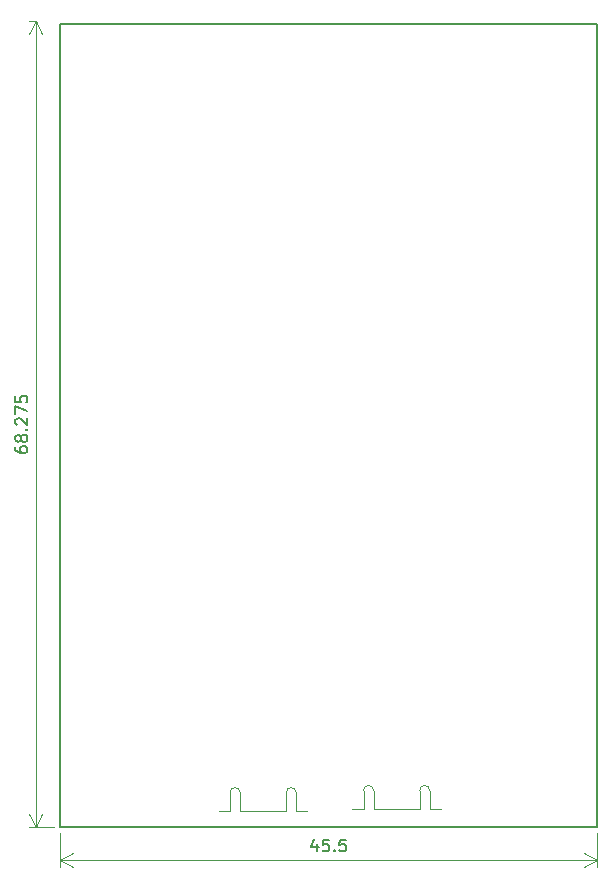
<source format=gbr>
%TF.GenerationSoftware,KiCad,Pcbnew,9.0.0*%
%TF.CreationDate,2025-06-09T12:03:21+05:30*%
%TF.ProjectId,ESP32_DevKit_M1,45535033-325f-4446-9576-4b69745f4d31,rev?*%
%TF.SameCoordinates,Original*%
%TF.FileFunction,Profile,NP*%
%FSLAX46Y46*%
G04 Gerber Fmt 4.6, Leading zero omitted, Abs format (unit mm)*
G04 Created by KiCad (PCBNEW 9.0.0) date 2025-06-09 12:03:21*
%MOMM*%
%LPD*%
G01*
G04 APERTURE LIST*
%TA.AperFunction,Profile*%
%ADD10C,0.200000*%
%TD*%
%ADD11C,0.150000*%
%TA.AperFunction,Profile*%
%ADD12C,0.050000*%
%TD*%
%TA.AperFunction,Profile*%
%ADD13C,0.100000*%
%TD*%
G04 APERTURE END LIST*
D10*
X103575000Y-63275000D02*
X149075000Y-63275000D01*
X149075000Y-131275000D01*
X103575000Y-131275000D01*
X103575000Y-63275000D01*
D11*
X125325000Y-132638152D02*
X125325000Y-133304819D01*
X125086905Y-132257200D02*
X124848810Y-132971485D01*
X124848810Y-132971485D02*
X125467857Y-132971485D01*
X126325000Y-132304819D02*
X125848810Y-132304819D01*
X125848810Y-132304819D02*
X125801191Y-132781009D01*
X125801191Y-132781009D02*
X125848810Y-132733390D01*
X125848810Y-132733390D02*
X125944048Y-132685771D01*
X125944048Y-132685771D02*
X126182143Y-132685771D01*
X126182143Y-132685771D02*
X126277381Y-132733390D01*
X126277381Y-132733390D02*
X126325000Y-132781009D01*
X126325000Y-132781009D02*
X126372619Y-132876247D01*
X126372619Y-132876247D02*
X126372619Y-133114342D01*
X126372619Y-133114342D02*
X126325000Y-133209580D01*
X126325000Y-133209580D02*
X126277381Y-133257200D01*
X126277381Y-133257200D02*
X126182143Y-133304819D01*
X126182143Y-133304819D02*
X125944048Y-133304819D01*
X125944048Y-133304819D02*
X125848810Y-133257200D01*
X125848810Y-133257200D02*
X125801191Y-133209580D01*
X126801191Y-133209580D02*
X126848810Y-133257200D01*
X126848810Y-133257200D02*
X126801191Y-133304819D01*
X126801191Y-133304819D02*
X126753572Y-133257200D01*
X126753572Y-133257200D02*
X126801191Y-133209580D01*
X126801191Y-133209580D02*
X126801191Y-133304819D01*
X127753571Y-132304819D02*
X127277381Y-132304819D01*
X127277381Y-132304819D02*
X127229762Y-132781009D01*
X127229762Y-132781009D02*
X127277381Y-132733390D01*
X127277381Y-132733390D02*
X127372619Y-132685771D01*
X127372619Y-132685771D02*
X127610714Y-132685771D01*
X127610714Y-132685771D02*
X127705952Y-132733390D01*
X127705952Y-132733390D02*
X127753571Y-132781009D01*
X127753571Y-132781009D02*
X127801190Y-132876247D01*
X127801190Y-132876247D02*
X127801190Y-133114342D01*
X127801190Y-133114342D02*
X127753571Y-133209580D01*
X127753571Y-133209580D02*
X127705952Y-133257200D01*
X127705952Y-133257200D02*
X127610714Y-133304819D01*
X127610714Y-133304819D02*
X127372619Y-133304819D01*
X127372619Y-133304819D02*
X127277381Y-133257200D01*
X127277381Y-133257200D02*
X127229762Y-133209580D01*
D12*
X103575000Y-131775000D02*
X103575000Y-134586420D01*
X149075000Y-134586420D02*
X149075000Y-131775000D01*
X103575000Y-134000000D02*
X149075000Y-134000000D01*
X103575000Y-134000000D02*
X149075000Y-134000000D01*
X103575000Y-134000000D02*
X104701504Y-133413579D01*
X103575000Y-134000000D02*
X104701504Y-134586421D01*
X149075000Y-134000000D02*
X147948496Y-134586421D01*
X149075000Y-134000000D02*
X147948496Y-133413579D01*
X103575000Y-134000000D02*
X149075000Y-134000000D01*
X103575000Y-134000000D02*
X149075000Y-134000000D01*
X103575000Y-134000000D02*
X104701504Y-133413579D01*
X103575000Y-134000000D02*
X104701504Y-134586421D01*
X149075000Y-134000000D02*
X147948496Y-134586421D01*
X149075000Y-134000000D02*
X147948496Y-133413579D01*
D11*
X99804819Y-99089880D02*
X99804819Y-99280356D01*
X99804819Y-99280356D02*
X99852438Y-99375594D01*
X99852438Y-99375594D02*
X99900057Y-99423213D01*
X99900057Y-99423213D02*
X100042914Y-99518451D01*
X100042914Y-99518451D02*
X100233390Y-99566070D01*
X100233390Y-99566070D02*
X100614342Y-99566070D01*
X100614342Y-99566070D02*
X100709580Y-99518451D01*
X100709580Y-99518451D02*
X100757200Y-99470832D01*
X100757200Y-99470832D02*
X100804819Y-99375594D01*
X100804819Y-99375594D02*
X100804819Y-99185118D01*
X100804819Y-99185118D02*
X100757200Y-99089880D01*
X100757200Y-99089880D02*
X100709580Y-99042261D01*
X100709580Y-99042261D02*
X100614342Y-98994642D01*
X100614342Y-98994642D02*
X100376247Y-98994642D01*
X100376247Y-98994642D02*
X100281009Y-99042261D01*
X100281009Y-99042261D02*
X100233390Y-99089880D01*
X100233390Y-99089880D02*
X100185771Y-99185118D01*
X100185771Y-99185118D02*
X100185771Y-99375594D01*
X100185771Y-99375594D02*
X100233390Y-99470832D01*
X100233390Y-99470832D02*
X100281009Y-99518451D01*
X100281009Y-99518451D02*
X100376247Y-99566070D01*
X100233390Y-98423213D02*
X100185771Y-98518451D01*
X100185771Y-98518451D02*
X100138152Y-98566070D01*
X100138152Y-98566070D02*
X100042914Y-98613689D01*
X100042914Y-98613689D02*
X99995295Y-98613689D01*
X99995295Y-98613689D02*
X99900057Y-98566070D01*
X99900057Y-98566070D02*
X99852438Y-98518451D01*
X99852438Y-98518451D02*
X99804819Y-98423213D01*
X99804819Y-98423213D02*
X99804819Y-98232737D01*
X99804819Y-98232737D02*
X99852438Y-98137499D01*
X99852438Y-98137499D02*
X99900057Y-98089880D01*
X99900057Y-98089880D02*
X99995295Y-98042261D01*
X99995295Y-98042261D02*
X100042914Y-98042261D01*
X100042914Y-98042261D02*
X100138152Y-98089880D01*
X100138152Y-98089880D02*
X100185771Y-98137499D01*
X100185771Y-98137499D02*
X100233390Y-98232737D01*
X100233390Y-98232737D02*
X100233390Y-98423213D01*
X100233390Y-98423213D02*
X100281009Y-98518451D01*
X100281009Y-98518451D02*
X100328628Y-98566070D01*
X100328628Y-98566070D02*
X100423866Y-98613689D01*
X100423866Y-98613689D02*
X100614342Y-98613689D01*
X100614342Y-98613689D02*
X100709580Y-98566070D01*
X100709580Y-98566070D02*
X100757200Y-98518451D01*
X100757200Y-98518451D02*
X100804819Y-98423213D01*
X100804819Y-98423213D02*
X100804819Y-98232737D01*
X100804819Y-98232737D02*
X100757200Y-98137499D01*
X100757200Y-98137499D02*
X100709580Y-98089880D01*
X100709580Y-98089880D02*
X100614342Y-98042261D01*
X100614342Y-98042261D02*
X100423866Y-98042261D01*
X100423866Y-98042261D02*
X100328628Y-98089880D01*
X100328628Y-98089880D02*
X100281009Y-98137499D01*
X100281009Y-98137499D02*
X100233390Y-98232737D01*
X100709580Y-97613689D02*
X100757200Y-97566070D01*
X100757200Y-97566070D02*
X100804819Y-97613689D01*
X100804819Y-97613689D02*
X100757200Y-97661308D01*
X100757200Y-97661308D02*
X100709580Y-97613689D01*
X100709580Y-97613689D02*
X100804819Y-97613689D01*
X99900057Y-97185118D02*
X99852438Y-97137499D01*
X99852438Y-97137499D02*
X99804819Y-97042261D01*
X99804819Y-97042261D02*
X99804819Y-96804166D01*
X99804819Y-96804166D02*
X99852438Y-96708928D01*
X99852438Y-96708928D02*
X99900057Y-96661309D01*
X99900057Y-96661309D02*
X99995295Y-96613690D01*
X99995295Y-96613690D02*
X100090533Y-96613690D01*
X100090533Y-96613690D02*
X100233390Y-96661309D01*
X100233390Y-96661309D02*
X100804819Y-97232737D01*
X100804819Y-97232737D02*
X100804819Y-96613690D01*
X99804819Y-96280356D02*
X99804819Y-95613690D01*
X99804819Y-95613690D02*
X100804819Y-96042261D01*
X99804819Y-94756547D02*
X99804819Y-95232737D01*
X99804819Y-95232737D02*
X100281009Y-95280356D01*
X100281009Y-95280356D02*
X100233390Y-95232737D01*
X100233390Y-95232737D02*
X100185771Y-95137499D01*
X100185771Y-95137499D02*
X100185771Y-94899404D01*
X100185771Y-94899404D02*
X100233390Y-94804166D01*
X100233390Y-94804166D02*
X100281009Y-94756547D01*
X100281009Y-94756547D02*
X100376247Y-94708928D01*
X100376247Y-94708928D02*
X100614342Y-94708928D01*
X100614342Y-94708928D02*
X100709580Y-94756547D01*
X100709580Y-94756547D02*
X100757200Y-94804166D01*
X100757200Y-94804166D02*
X100804819Y-94899404D01*
X100804819Y-94899404D02*
X100804819Y-95137499D01*
X100804819Y-95137499D02*
X100757200Y-95232737D01*
X100757200Y-95232737D02*
X100709580Y-95280356D01*
D12*
X103075000Y-131275000D02*
X100913580Y-131275000D01*
X100913580Y-63000000D02*
X101500000Y-63000000D01*
X101500000Y-131275000D02*
X101500000Y-63000000D01*
X101500000Y-131275000D02*
X101500000Y-63000000D01*
X101500000Y-131275000D02*
X100913579Y-130148496D01*
X101500000Y-131275000D02*
X102086421Y-130148496D01*
X101500000Y-63000000D02*
X102086421Y-64126504D01*
X101500000Y-63000000D02*
X100913579Y-64126504D01*
X101500000Y-131275000D02*
X101500000Y-63000000D01*
X101500000Y-131275000D02*
X101500000Y-63000000D01*
X101500000Y-131275000D02*
X100913579Y-130148496D01*
X101500000Y-131275000D02*
X102086421Y-130148496D01*
X101500000Y-63000000D02*
X102086421Y-64126504D01*
X101500000Y-63000000D02*
X100913579Y-64126504D01*
D13*
%TO.C,J1*%
X128325000Y-129725000D02*
X129275000Y-129725000D01*
X129275000Y-128150000D02*
X129275000Y-129725000D01*
X130125000Y-128150000D02*
X130125000Y-129725000D01*
X130125000Y-129725000D02*
X134025000Y-129725000D01*
X134025000Y-128150000D02*
X134025000Y-129725000D01*
X134875000Y-128150000D02*
X134875000Y-129725000D01*
X134875000Y-129725000D02*
X135825000Y-129725000D01*
X129275000Y-128150000D02*
G75*
G02*
X130125000Y-128150000I425000J0D01*
G01*
X134025000Y-128150000D02*
G75*
G02*
X134875000Y-128150000I425000J0D01*
G01*
%TO.C,J2*%
X117025000Y-129900000D02*
X117975000Y-129900000D01*
X117975000Y-128325000D02*
X117975000Y-129900000D01*
X118825000Y-128325000D02*
X118825000Y-129900000D01*
X118825000Y-129900000D02*
X122725000Y-129900000D01*
X122725000Y-128325000D02*
X122725000Y-129900000D01*
X123575000Y-128325000D02*
X123575000Y-129900000D01*
X123575000Y-129900000D02*
X124525000Y-129900000D01*
X117975000Y-128325000D02*
G75*
G02*
X118825000Y-128325000I425000J0D01*
G01*
X122725000Y-128325000D02*
G75*
G02*
X123575000Y-128325000I425000J0D01*
G01*
%TD*%
M02*

</source>
